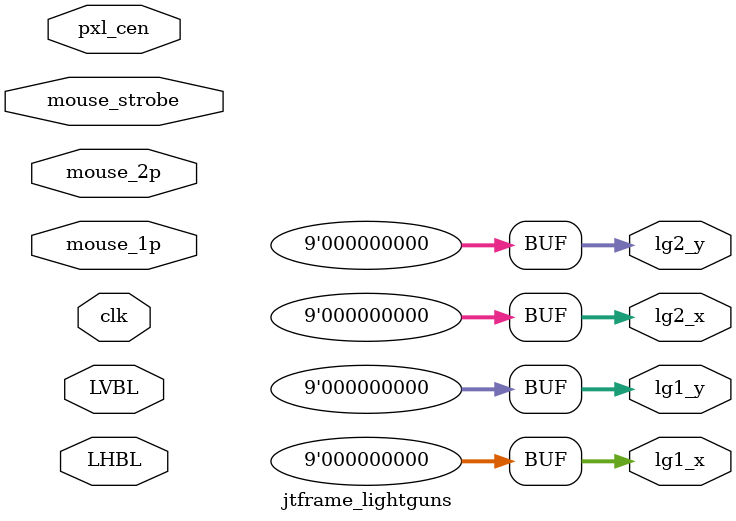
<source format=v>
/*  This file is part of JTFRAME.
    JTFRAME program is free software: you can redistribute it and/or modify
    it under the terms of the GNU General Public License as published by
    the Free Software Foundation, either version 3 of the License, or
    (at your option) any later version.

    JTFRAME program is distributed in the hope that it will be useful,
    but WITHOUT ANY WARRANTY; without even the implied warranty of
    MERCHANTABILITY or FITNESS FOR A PARTICULAR PURPOSE.  See the
    GNU General Public License for more details.

    You should have received a copy of the GNU General Public License
    along with JTFRAME.  If not, see <http://www.gnu.org/licenses/>.

    Author: Rafael Eduardo Paiva Feener. Copyright: Miki Saito
    Version: 1.0
    Date: 25-02-2025 */

module jtframe_lightguns (
    input         clk,
    input         pxl_cen,
    input  [15:0] mouse_1p,
    input  [15:0] mouse_2p,
    input  [ 1:0] mouse_strobe,
    input         LVBL,
    input         LHBL,
    output [ 8:0] lg1_x, 
    output [ 8:0] lg1_y, 
    output [ 8:0] lg2_x,
    output [ 8:0] lg2_y
);

`ifdef JTFRAME_LIGHTGUN
jtframe_crosshair_pos crosshair_left (
    .clk        ( clk       ),
    .pxl_cen    ( pxl_cen   ),
    .dx         ( mouse_1p[ 7: 0] ),
    .dy         ( mouse_1p[15: 8] ),
    .strobe     ( mouse_strobe[0] ),
    .LHBL       ( LHBL      ),
    .LVBL       ( LVBL      ),
    .x          ( lg1_x     ),
    .y          ( lg1_y     )
);

jtframe_crosshair_pos crosshair_center (
    .clk        ( clk       ),
    .pxl_cen    ( pxl_cen   ),
    .dx         ( mouse_2p[ 7: 0] ),
    .dy         ( mouse_2p[15: 8] ),
    .strobe     ( mouse_strobe[1] ),
    .LHBL       ( LHBL      ),
    .LVBL       ( LVBL      ),
    .x          ( lg2_x     ),
    .y          ( lg2_y     )
);

`else
assign {lg1_x, lg1_y} = 18'b0;
assign {lg2_x, lg2_y} = 18'b0;
`endif

endmodule
</source>
